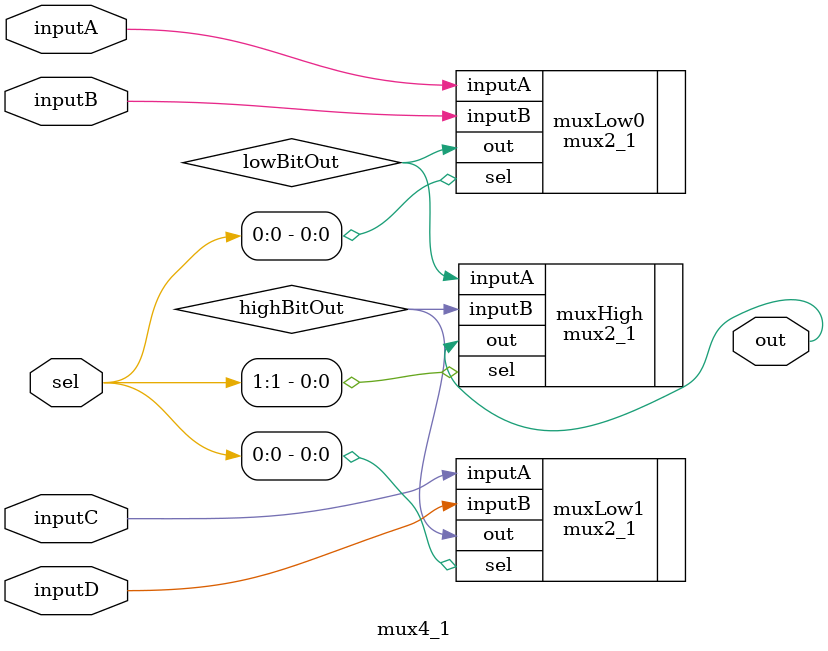
<source format=v>
/*
    CS/ECE 552 Spring '23
    Homework #1, Problem 1

    4-1 mux template
*/
`default_nettype none
module mux4_1(out, inputA, inputB, inputC, inputD, sel);
    output wire      out;
    input wire       inputA, inputB, inputC, inputD;
    input wire [1:0] sel;

    // 4:1 mux can be built using three 2:1 mux
    wire lowBitOut;
    wire highBitOut;
    mux2_1 muxLow0(.out(lowBitOut ),.inputA(inputA   ),.inputB(inputB    ),.sel(sel[0]));
    mux2_1 muxLow1(.out(highBitOut),.inputA(inputC   ),.inputB(inputD    ),.sel(sel[0]));
    mux2_1 muxHigh(.out(out       ),.inputA(lowBitOut),.inputB(highBitOut),.sel(sel[1]));
      
endmodule
`default_nettype wire

</source>
